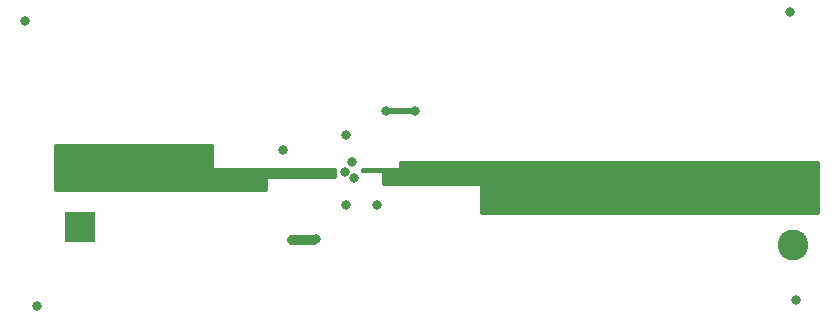
<source format=gbr>
G04 #@! TF.GenerationSoftware,KiCad,Pcbnew,(5.1.4-0)*
G04 #@! TF.CreationDate,2020-03-08T18:01:59-07:00*
G04 #@! TF.ProjectId,-5V_Rail,2d35565f-5261-4696-9c2e-6b696361645f,rev?*
G04 #@! TF.SameCoordinates,Original*
G04 #@! TF.FileFunction,Copper,L2,Bot*
G04 #@! TF.FilePolarity,Positive*
%FSLAX46Y46*%
G04 Gerber Fmt 4.6, Leading zero omitted, Abs format (unit mm)*
G04 Created by KiCad (PCBNEW (5.1.4-0)) date 2020-03-08 18:01:59*
%MOMM*%
%LPD*%
G04 APERTURE LIST*
%ADD10R,2.600000X2.600000*%
%ADD11C,2.600000*%
%ADD12C,0.800000*%
%ADD13C,0.812800*%
%ADD14C,0.508000*%
%ADD15C,0.254000*%
G04 APERTURE END LIST*
D10*
X111633000Y-96694000D03*
D11*
X111633000Y-91694000D03*
D10*
X171958000Y-93218000D03*
D11*
X171958000Y-98218000D03*
D12*
X107950000Y-103378000D03*
X172212000Y-102870000D03*
X171704000Y-78486000D03*
X106934000Y-79248000D03*
X134772400Y-92608400D03*
X134772400Y-92608400D03*
X134010400Y-92049600D03*
X134620000Y-91186000D03*
X134112000Y-88900000D03*
X128778000Y-90170000D03*
X134112000Y-94869000D03*
X136779000Y-94869000D03*
X129590800Y-97790000D03*
X131572000Y-97739200D03*
X137515600Y-86868000D03*
X139954000Y-86868000D03*
X118364000Y-91694000D03*
X155448000Y-94488000D03*
X147066000Y-94615000D03*
X164846000Y-93218000D03*
D13*
X129590800Y-97790000D02*
X131419600Y-97790000D01*
D14*
X137515600Y-86868000D02*
X139903200Y-86868000D01*
X139903200Y-86868000D02*
X139954000Y-86868000D01*
D13*
X111633000Y-91694000D02*
X118364000Y-91694000D01*
X171958000Y-93218000D02*
X164846000Y-93218000D01*
D15*
G36*
X122809000Y-91681300D02*
G01*
X122811440Y-91706076D01*
X122818667Y-91729901D01*
X122830403Y-91751857D01*
X122846197Y-91771103D01*
X122858897Y-91783803D01*
X122878143Y-91799597D01*
X122900099Y-91811333D01*
X122923924Y-91818560D01*
X122948700Y-91821000D01*
X133223000Y-91821000D01*
X133223000Y-92456000D01*
X127520700Y-92456000D01*
X127495924Y-92458440D01*
X127472099Y-92465667D01*
X127450143Y-92477403D01*
X127430897Y-92493197D01*
X127418197Y-92505897D01*
X127402403Y-92525143D01*
X127390667Y-92547099D01*
X127383440Y-92570924D01*
X127381000Y-92595700D01*
X127381000Y-93599000D01*
X109474000Y-93599000D01*
X109474000Y-89789000D01*
X122809000Y-89789000D01*
X122809000Y-91681300D01*
X122809000Y-91681300D01*
G37*
X122809000Y-91681300D02*
X122811440Y-91706076D01*
X122818667Y-91729901D01*
X122830403Y-91751857D01*
X122846197Y-91771103D01*
X122858897Y-91783803D01*
X122878143Y-91799597D01*
X122900099Y-91811333D01*
X122923924Y-91818560D01*
X122948700Y-91821000D01*
X133223000Y-91821000D01*
X133223000Y-92456000D01*
X127520700Y-92456000D01*
X127495924Y-92458440D01*
X127472099Y-92465667D01*
X127450143Y-92477403D01*
X127430897Y-92493197D01*
X127418197Y-92505897D01*
X127402403Y-92525143D01*
X127390667Y-92547099D01*
X127383440Y-92570924D01*
X127381000Y-92595700D01*
X127381000Y-93599000D01*
X109474000Y-93599000D01*
X109474000Y-89789000D01*
X122809000Y-89789000D01*
X122809000Y-91681300D01*
G36*
X174117000Y-95504000D02*
G01*
X145542000Y-95504000D01*
X145542000Y-93230700D01*
X145539560Y-93205924D01*
X145532333Y-93182099D01*
X145520597Y-93160143D01*
X145504803Y-93140897D01*
X145492103Y-93128197D01*
X145472857Y-93112403D01*
X145450901Y-93100667D01*
X145427076Y-93093440D01*
X145402300Y-93091000D01*
X137287000Y-93091000D01*
X137287000Y-92087700D01*
X137284560Y-92062924D01*
X137277333Y-92039099D01*
X137265597Y-92017143D01*
X137249803Y-91997897D01*
X137237103Y-91985197D01*
X137217857Y-91969403D01*
X137195901Y-91957667D01*
X137172076Y-91950440D01*
X137147300Y-91948000D01*
X135509000Y-91948000D01*
X135509000Y-91821000D01*
X138544300Y-91821000D01*
X138569076Y-91818560D01*
X138592901Y-91811333D01*
X138614857Y-91799597D01*
X138634103Y-91783803D01*
X138646803Y-91771103D01*
X138662597Y-91751857D01*
X138674333Y-91729901D01*
X138681560Y-91706076D01*
X138684000Y-91681300D01*
X138684000Y-91186000D01*
X174117000Y-91186000D01*
X174117000Y-95504000D01*
X174117000Y-95504000D01*
G37*
X174117000Y-95504000D02*
X145542000Y-95504000D01*
X145542000Y-93230700D01*
X145539560Y-93205924D01*
X145532333Y-93182099D01*
X145520597Y-93160143D01*
X145504803Y-93140897D01*
X145492103Y-93128197D01*
X145472857Y-93112403D01*
X145450901Y-93100667D01*
X145427076Y-93093440D01*
X145402300Y-93091000D01*
X137287000Y-93091000D01*
X137287000Y-92087700D01*
X137284560Y-92062924D01*
X137277333Y-92039099D01*
X137265597Y-92017143D01*
X137249803Y-91997897D01*
X137237103Y-91985197D01*
X137217857Y-91969403D01*
X137195901Y-91957667D01*
X137172076Y-91950440D01*
X137147300Y-91948000D01*
X135509000Y-91948000D01*
X135509000Y-91821000D01*
X138544300Y-91821000D01*
X138569076Y-91818560D01*
X138592901Y-91811333D01*
X138614857Y-91799597D01*
X138634103Y-91783803D01*
X138646803Y-91771103D01*
X138662597Y-91751857D01*
X138674333Y-91729901D01*
X138681560Y-91706076D01*
X138684000Y-91681300D01*
X138684000Y-91186000D01*
X174117000Y-91186000D01*
X174117000Y-95504000D01*
M02*

</source>
